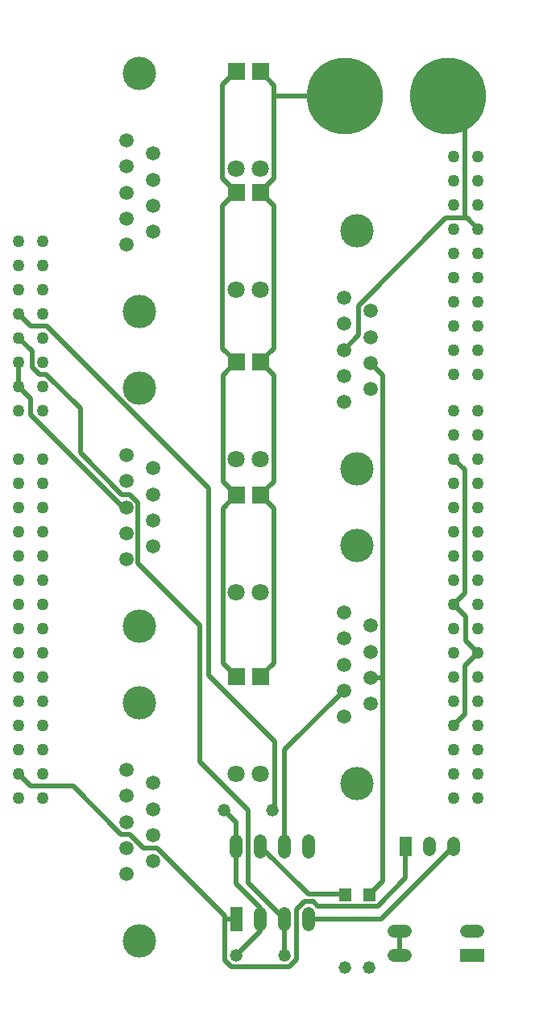
<source format=gtl>
%FSLAX24Y24*%
%MOIN*%
%ADD10C,0.0200*%
%ADD11C,0.0500*%
%ADD12C,0.0520*%
%ADD13C,0.0591*%
%ADD14C,0.0709*%
%ADD15C,0.1378*%
%ADD16C,0.3150*%
D10*
G01X19389Y31950D02*
X18605Y31950D01*
X18605Y31950D02*
X14997Y28341D01*
X14997Y28341D02*
X14997Y27119D01*
X14997Y27119D02*
X14378Y26500D01*
X19937Y31500D02*
X19487Y31950D01*
X19487Y31950D02*
X19389Y31950D01*
X19389Y31950D02*
X19389Y36297D01*
X19389Y36297D02*
X18687Y37000D01*
X18937Y16000D02*
X19387Y16450D01*
X19387Y16450D02*
X19387Y21549D01*
X19387Y21549D02*
X18937Y21999D01*
X19937Y14000D02*
X19437Y14500D01*
X19437Y14500D02*
X19437Y15500D01*
X19437Y15500D02*
X18937Y16000D01*
X937Y25000D02*
X1437Y24500D01*
X1437Y24500D02*
X1437Y23837D01*
X1437Y23837D02*
X5275Y20000D01*
X5275Y20000D02*
X5378Y20000D01*
X937Y25000D02*
X937Y26000D01*
X19937Y14000D02*
X19387Y13450D01*
X19387Y13450D02*
X19387Y11450D01*
X19387Y11450D02*
X18937Y10999D01*
X10937Y2999D02*
X10937Y2500D01*
X10937Y2500D02*
X9937Y1499D01*
X9937Y5999D02*
X9937Y4474D01*
X9937Y4474D02*
X10937Y3474D01*
X10937Y3474D02*
X10937Y2999D01*
X9437Y7500D02*
X9937Y7000D01*
X9937Y7000D02*
X9937Y5999D01*
X9937Y33012D02*
X9368Y33581D01*
X9368Y33581D02*
X9368Y37443D01*
X9368Y37443D02*
X9937Y38012D01*
X9937Y26012D02*
X9376Y26573D01*
X9376Y26573D02*
X9376Y32451D01*
X9376Y32451D02*
X9937Y33012D01*
X9937Y20512D02*
X9378Y21071D01*
X9378Y21071D02*
X9378Y25453D01*
X9378Y25453D02*
X9937Y26012D01*
X9937Y13012D02*
X9383Y13566D01*
X9383Y13566D02*
X9383Y19958D01*
X9383Y19958D02*
X9937Y20512D01*
X9468Y3000D02*
X9937Y2999D01*
X937Y9000D02*
X1437Y8500D01*
X1437Y8500D02*
X3177Y8500D01*
X3177Y8500D02*
X5173Y6504D01*
X5173Y6504D02*
X5525Y6504D01*
X5525Y6504D02*
X6108Y5921D01*
X6108Y5921D02*
X6664Y5921D01*
X6664Y5921D02*
X9468Y3117D01*
X9468Y3117D02*
X9468Y3000D01*
X9468Y3000D02*
X9468Y1293D01*
X9468Y1293D02*
X9727Y1034D01*
X9727Y1034D02*
X12133Y1034D01*
X12133Y1034D02*
X12437Y1338D01*
X12437Y1338D02*
X12437Y3401D01*
X12437Y3401D02*
X12750Y3713D01*
X12750Y3713D02*
X13114Y3713D01*
X13114Y3713D02*
X13288Y3539D01*
X13288Y3539D02*
X15790Y3539D01*
X15790Y3539D02*
X16937Y4687D01*
X16937Y4687D02*
X16937Y6000D01*
X14437Y4000D02*
X14423Y4013D01*
X14423Y4013D02*
X12923Y4013D01*
X12923Y4013D02*
X10937Y5999D01*
X15991Y12960D02*
X15991Y4554D01*
X15991Y4554D02*
X15437Y4000D01*
X15496Y25960D02*
X15991Y25465D01*
X15991Y25465D02*
X15991Y12960D01*
X15496Y12960D02*
X15991Y12960D01*
X10937Y20512D02*
X11491Y21066D01*
X11491Y21066D02*
X11491Y25458D01*
X11491Y25458D02*
X10937Y26012D01*
X10937Y13012D02*
X11491Y13566D01*
X11491Y13566D02*
X11491Y19958D01*
X11491Y19958D02*
X10937Y20512D01*
X11509Y37000D02*
X11509Y37440D01*
X11509Y37440D02*
X10937Y38012D01*
X10937Y33012D02*
X11509Y33583D01*
X11509Y33583D02*
X11509Y37000D01*
X11509Y37000D02*
X14437Y37000D01*
X10937Y33012D02*
X11493Y32456D01*
X11493Y32456D02*
X11493Y26568D01*
X11493Y26568D02*
X10937Y26012D01*
X937Y26999D02*
X1487Y26450D01*
X1487Y26450D02*
X1487Y25794D01*
X1487Y25794D02*
X1782Y25500D01*
X1782Y25500D02*
X2075Y25500D01*
X2075Y25500D02*
X3493Y24082D01*
X3493Y24082D02*
X3493Y22245D01*
X3493Y22245D02*
X5199Y20539D01*
X5199Y20539D02*
X5541Y20539D01*
X5541Y20539D02*
X5873Y20206D01*
X5873Y20206D02*
X5873Y17681D01*
X5873Y17681D02*
X8439Y15116D01*
X8439Y15116D02*
X8439Y9505D01*
X8439Y9505D02*
X10437Y7507D01*
X10437Y7507D02*
X10437Y4500D01*
X10437Y4500D02*
X11937Y2999D01*
X11937Y2999D02*
X11937Y1499D01*
X18937Y6000D02*
X15937Y3000D01*
X15937Y3000D02*
X12937Y2999D01*
X937Y28000D02*
X1437Y27500D01*
X1437Y27500D02*
X2101Y27500D01*
X2101Y27500D02*
X8805Y20796D01*
X8805Y20796D02*
X8805Y13042D01*
X8805Y13042D02*
X11512Y10335D01*
X11512Y10335D02*
X11512Y7574D01*
X11512Y7574D02*
X11437Y7500D01*
X14378Y12421D02*
X11937Y9980D01*
X11937Y9980D02*
X11937Y5999D01*
X16687Y1500D02*
X16687Y2500D01*
D11*
G01X18937Y25500D03*
X937Y26000D03*
X19937Y9000D03*
X19937Y32500D03*
X1937Y26999D03*
X18937Y20000D03*
X19937Y19000D03*
X19937Y27500D03*
X19937Y28500D03*
X18937Y14000D03*
X19937Y26500D03*
X18937Y10999D03*
X1937Y15000D03*
X1937Y14000D03*
X1937Y18000D03*
X19937Y21999D03*
X937Y31000D03*
X1937Y8000D03*
X937Y25000D03*
X937Y16000D03*
X937Y30000D03*
X937Y21999D03*
X1937Y17000D03*
X937Y24000D03*
X18937Y33500D03*
X1937Y25000D03*
X937Y10000D03*
X19937Y21000D03*
X937Y12000D03*
X19937Y34500D03*
X18937Y15000D03*
X937Y15000D03*
X19937Y8000D03*
X1937Y28000D03*
X1937Y12000D03*
X19937Y10000D03*
X937Y20000D03*
X19937Y10999D03*
X18937Y19000D03*
X937Y21000D03*
X937Y13000D03*
X18937Y27500D03*
X18937Y9000D03*
X1937Y10999D03*
X1937Y21000D03*
X1937Y26000D03*
X18937Y17000D03*
X1937Y31000D03*
X18937Y16000D03*
X1937Y20000D03*
X19937Y29500D03*
X937Y8000D03*
X18937Y10000D03*
X937Y9000D03*
X19937Y31500D03*
X19937Y24000D03*
X18937Y32500D03*
X19937Y14000D03*
X18937Y21000D03*
X937Y17000D03*
X18937Y21999D03*
X18937Y12000D03*
X1937Y21999D03*
X937Y28000D03*
X19937Y20000D03*
X937Y18000D03*
X19937Y33500D03*
X19937Y16000D03*
X19937Y13000D03*
X18937Y18000D03*
X1937Y24000D03*
X937Y26999D03*
X1937Y19000D03*
X19937Y23000D03*
X1937Y30000D03*
X18937Y28500D03*
X19937Y30500D03*
X18937Y30500D03*
X937Y10999D03*
X1937Y9000D03*
X19937Y25500D03*
X18937Y8000D03*
X19937Y12000D03*
X18937Y29500D03*
X19937Y15000D03*
X19937Y17000D03*
X19937Y18000D03*
X18937Y31500D03*
X18937Y23000D03*
X1937Y16000D03*
X1937Y10000D03*
X937Y29000D03*
X937Y14000D03*
X18937Y13000D03*
X18937Y34500D03*
X1937Y29000D03*
X1937Y13000D03*
X937Y19000D03*
X18937Y26500D03*
X18937Y24000D03*
D12*
G01X14437Y999D03*
X15437Y999D03*
X11937Y1499D03*
X9937Y1499D03*
X9437Y7500D03*
X11437Y7500D03*
X10937Y5759D02*
X10937Y6240D01*
X11937Y5759D02*
X11937Y6240D01*
X12937Y2759D02*
X12937Y3240D01*
X9937Y5759D02*
X9937Y6240D01*
X12937Y5759D02*
X12937Y6240D01*
X11937Y2759D02*
X11937Y3240D01*
X10937Y2759D02*
X10937Y3240D01*
X16927Y2500D02*
X16447Y2500D01*
X16927Y1500D02*
X16447Y1500D01*
X19927Y2500D02*
X19447Y2500D01*
X18937Y5860D02*
X18937Y6140D01*
X17937Y5860D02*
X17937Y6140D01*
D13*
G01X6496Y5381D03*
X6496Y6460D03*
X5378Y7000D03*
X5378Y8078D03*
X5378Y9157D03*
X6496Y8618D03*
X5378Y4842D03*
X6496Y7539D03*
X5378Y5921D03*
X6496Y18381D03*
X6496Y19460D03*
X5378Y20000D03*
X5378Y21078D03*
X5378Y22157D03*
X6496Y21618D03*
X5378Y17842D03*
X6496Y20539D03*
X5378Y18921D03*
X6496Y31381D03*
X6496Y32460D03*
X5378Y33000D03*
X5378Y34078D03*
X5378Y35157D03*
X6496Y34618D03*
X5378Y30842D03*
X6496Y33539D03*
X5378Y31921D03*
X15496Y11881D03*
X15496Y12960D03*
X14378Y13500D03*
X14378Y14578D03*
X14378Y15657D03*
X15496Y15118D03*
X14378Y11342D03*
X15496Y14039D03*
X14378Y12421D03*
X15496Y24881D03*
X15496Y25960D03*
X14378Y26500D03*
X14378Y27578D03*
X14378Y28657D03*
X15496Y28118D03*
X14378Y24342D03*
X15496Y27039D03*
X14378Y25421D03*
D14*
G01X9937Y28987D03*
X9937Y16487D03*
X9937Y8987D03*
X9937Y21987D03*
X9937Y33987D03*
X10937Y8987D03*
X10937Y21987D03*
X10937Y33987D03*
X10937Y16487D03*
X10937Y28987D03*
D15*
G01X5937Y2078D03*
X5937Y11921D03*
X5937Y15078D03*
X5937Y24921D03*
X5937Y28078D03*
X5937Y37921D03*
X14937Y8578D03*
X14937Y18421D03*
X14937Y21578D03*
X14937Y31421D03*
D16*
G01X14437Y37000D03*
X18687Y37000D03*
G36*
X10197Y3499D02*G01*
X9677Y3499D01*X9677Y2499D01*X10197Y2499D01*G37*
G36*
X14697Y3740D02*G01*
X14697Y4260D01*X14177Y4260D01*X14177Y3740D01*G37*
G36*
X15697Y3740D02*G01*
X15697Y4260D01*X15177Y4260D01*X15177Y3740D01*G37*
G36*
X10291Y32658D02*G01*
X10291Y33366D01*X9583Y33366D01*X9583Y32658D01*G37*
G36*
X10291Y20158D02*G01*
X10291Y20866D01*X9583Y20866D01*X9583Y20158D01*G37*
G36*
X10291Y12658D02*G01*
X10291Y13366D01*X9583Y13366D01*X9583Y12658D01*G37*
G36*
X10291Y25658D02*G01*
X10291Y26366D01*X9583Y26366D01*X9583Y25658D01*G37*
G36*
X10291Y37658D02*G01*
X10291Y38366D01*X9583Y38366D01*X9583Y37658D01*G37*
G36*
X11291Y12658D02*G01*
X11291Y13366D01*X10583Y13366D01*X10583Y12658D01*G37*
G36*
X11291Y25658D02*G01*
X11291Y26366D01*X10583Y26366D01*X10583Y25658D01*G37*
G36*
X11291Y37658D02*G01*
X11291Y38366D01*X10583Y38366D01*X10583Y37658D01*G37*
G36*
X11291Y20158D02*G01*
X11291Y20866D01*X10583Y20866D01*X10583Y20158D01*G37*
G36*
X11291Y32658D02*G01*
X11291Y33366D01*X10583Y33366D01*X10583Y32658D01*G37*
G36*
X19187Y1760D02*G01*
X19187Y1240D01*X20187Y1240D01*X20187Y1760D01*G37*
G36*
X17197Y6400D02*G01*
X16677Y6400D01*X16677Y5600D01*X17197Y5600D01*G37*
M02*

</source>
